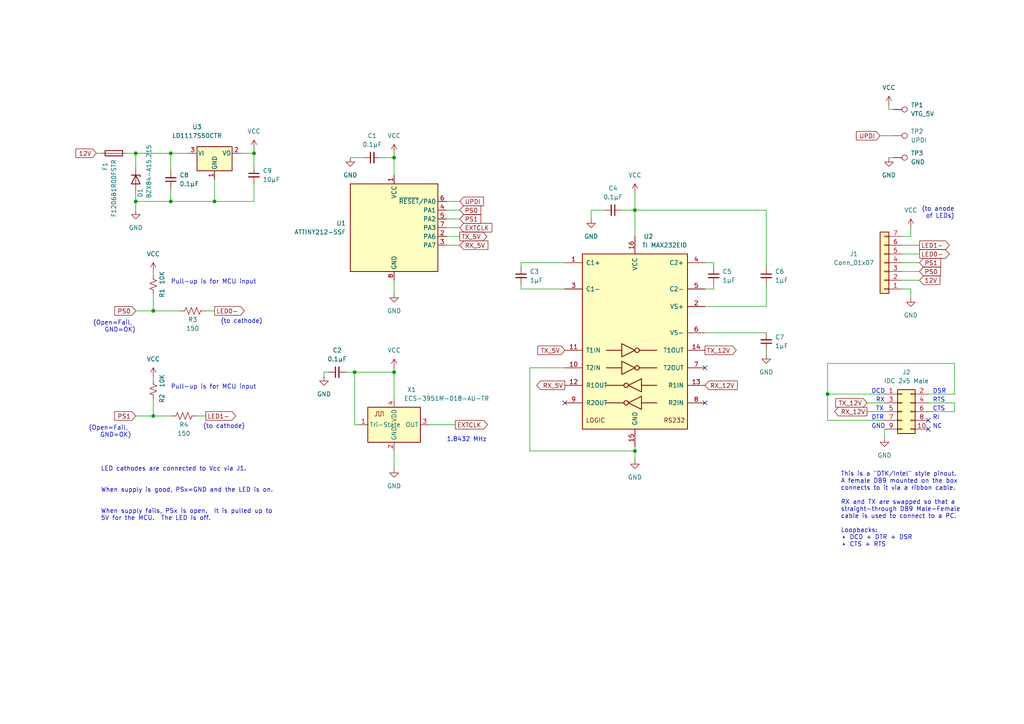
<source format=kicad_sch>
(kicad_sch (version 20211123) (generator eeschema)
  (paper "A4")
  (lib_symbols
    (symbol "Connector:TestPoint" (pin_numbers hide) (pin_names (offset 0.762) hide)
      (property "Reference" "TP" (at 0 6.858 0))
      (property "Value" "TestPoint" (at 0 5.08 0))
      (symbol "TestPoint_0_1"
        (circle (center 0 3.302) (radius 0.762))
      )
      (symbol "TestPoint_1_1"
        (pin passive line (at 0 0 90) (length 2.54) (name "1") (number "1"))
      )
    )
    (symbol "Connector_Generic:Conn_01x07" (pin_names (offset 1.016) hide)
      (property "Reference" "J" (at 0 10.16 0))
      (property "Value" "Conn_01x07" (at 0 -10.16 0))
      (symbol "Conn_01x07_1_1"
        (rectangle (start -1.27 -7.493) (end 0 -7.747) (stroke (width 0.1524)))
        (rectangle (start -1.27 -4.953) (end 0 -5.207) (stroke (width 0.1524)))
        (rectangle (start -1.27 -2.413) (end 0 -2.667) (stroke (width 0.1524)))
        (rectangle (start -1.27 0.127) (end 0 -0.127) (stroke (width 0.1524)))
        (rectangle (start -1.27 2.667) (end 0 2.413) (stroke (width 0.1524)))
        (rectangle (start -1.27 5.207) (end 0 4.953) (stroke (width 0.1524)))
        (rectangle (start -1.27 7.747) (end 0 7.493) (stroke (width 0.1524)))
        (rectangle (start -1.27 8.89) (end 1.27 -8.89) (stroke (width 0.254)) (fill (type background)))
        (pin passive line (at -5.08 7.62 0) (length 3.81) (name "Pin_1") (number "1"))
        (pin passive line (at -5.08 5.08 0) (length 3.81) (name "Pin_2") (number "2"))
        (pin passive line (at -5.08 2.54 0) (length 3.81) (name "Pin_3") (number "3"))
        (pin passive line (at -5.08 0 0) (length 3.81) (name "Pin_4") (number "4"))
        (pin passive line (at -5.08 -2.54 0) (length 3.81) (name "Pin_5") (number "5"))
        (pin passive line (at -5.08 -5.08 0) (length 3.81) (name "Pin_6") (number "6"))
        (pin passive line (at -5.08 -7.62 0) (length 3.81) (name "Pin_7") (number "7"))
      )
    )
    (symbol "Connector_Generic:Conn_02x05_Odd_Even" (pin_names (offset 1.016) hide)
      (property "Reference" "J" (at 1.27 7.62 0))
      (property "Value" "Conn_02x05_Odd_Even" (at 1.27 -7.62 0))
      (symbol "Conn_02x05_Odd_Even_1_1"
        (rectangle (start -1.27 -4.953) (end 0 -5.207) (stroke (width 0.1524)))
        (rectangle (start -1.27 -2.413) (end 0 -2.667) (stroke (width 0.1524)))
        (rectangle (start -1.27 0.127) (end 0 -0.127) (stroke (width 0.1524)))
        (rectangle (start -1.27 2.667) (end 0 2.413) (stroke (width 0.1524)))
        (rectangle (start -1.27 5.207) (end 0 4.953) (stroke (width 0.1524)))
        (rectangle (start -1.27 6.35) (end 3.81 -6.35) (stroke (width 0.254)) (fill (type background)))
        (rectangle (start 3.81 -4.953) (end 2.54 -5.207) (stroke (width 0.1524)))
        (rectangle (start 3.81 -2.413) (end 2.54 -2.667) (stroke (width 0.1524)))
        (rectangle (start 3.81 0.127) (end 2.54 -0.127) (stroke (width 0.1524)))
        (rectangle (start 3.81 2.667) (end 2.54 2.413) (stroke (width 0.1524)))
        (rectangle (start 3.81 5.207) (end 2.54 4.953) (stroke (width 0.1524)))
        (pin passive line (at -5.08 5.08 0) (length 3.81) (name "Pin_1") (number "1"))
        (pin passive line (at 7.62 -5.08 180) (length 3.81) (name "Pin_10") (number "10"))
        (pin passive line (at 7.62 5.08 180) (length 3.81) (name "Pin_2") (number "2"))
        (pin passive line (at -5.08 2.54 0) (length 3.81) (name "Pin_3") (number "3"))
        (pin passive line (at 7.62 2.54 180) (length 3.81) (name "Pin_4") (number "4"))
        (pin passive line (at -5.08 0 0) (length 3.81) (name "Pin_5") (number "5"))
        (pin passive line (at 7.62 0 180) (length 3.81) (name "Pin_6") (number "6"))
        (pin passive line (at -5.08 -2.54 0) (length 3.81) (name "Pin_7") (number "7"))
        (pin passive line (at 7.62 -2.54 180) (length 3.81) (name "Pin_8") (number "8"))
        (pin passive line (at -5.08 -5.08 0) (length 3.81) (name "Pin_9") (number "9"))
      )
    )
    (symbol "Device:C_Small" (pin_numbers hide) (pin_names (offset 0.254) hide)
      (property "Reference" "C" (at 0.254 1.778 0))
      (property "Value" "C_Small" (at 0.254 -2.032 0))
      (symbol "C_Small_0_1"
        (polyline (pts (xy -1.524 -0.508) (xy 1.524 -0.508)) (stroke (width 0.3302)))
        (polyline (pts (xy -1.524 0.508) (xy 1.524 0.508)) (stroke (width 0.3048)))
      )
      (symbol "C_Small_1_1"
        (pin passive line (at 0 2.54 270) (length 2.032) (name "~") (number "1"))
        (pin passive line (at 0 -2.54 90) (length 2.032) (name "~") (number "2"))
      )
    )
    (symbol "Device:Fuse" (pin_numbers hide) (pin_names (offset 0))
      (property "Reference" "F" (at 2.032 0 90))
      (property "Value" "Fuse" (at -1.905 0 90))
      (symbol "Fuse_0_1"
        (rectangle (start -0.762 -2.54) (end 0.762 2.54) (stroke (width 0.254)))
        (polyline (pts (xy 0 2.54) (xy 0 -2.54)))
      )
      (symbol "Fuse_1_1"
        (pin passive line (at 0 3.81 270) (length 1.27) (name "~") (number "1"))
        (pin passive line (at 0 -3.81 90) (length 1.27) (name "~") (number "2"))
      )
    )
    (symbol "Device:R_Small_US" (pin_numbers hide) (pin_names (offset 0.254) hide)
      (property "Reference" "R" (at 0.762 0.508 0))
      (property "Value" "R_Small_US" (at 0.762 -1.016 0))
      (symbol "R_Small_US_1_1"
        (polyline (pts (xy 0 0) (xy 1.016 -0.381) (xy 0 -0.762) (xy -1.016 -1.143) (xy 0 -1.524)))
        (polyline (pts (xy 0 1.524) (xy 1.016 1.143) (xy 0 0.762) (xy -1.016 0.381) (xy 0 0)))
        (pin passive line (at 0 2.54 270) (length 1.016) (name "~") (number "1"))
        (pin passive line (at 0 -2.54 90) (length 1.016) (name "~") (number "2"))
      )
    )
    (symbol "Device:R_US" (pin_numbers hide) (pin_names (offset 0))
      (property "Reference" "R" (at 2.54 0 90))
      (property "Value" "R_US" (at -2.54 0 90))
      (symbol "R_US_0_1"
        (polyline (pts (xy 0 -2.286) (xy 0 -2.54)))
        (polyline (pts (xy 0 2.286) (xy 0 2.54)))
        (polyline (pts (xy 0 -0.762) (xy 1.016 -1.143) (xy 0 -1.524) (xy -1.016 -1.905) (xy 0 -2.286)))
        (polyline (pts (xy 0 0.762) (xy 1.016 0.381) (xy 0 0) (xy -1.016 -0.381) (xy 0 -0.762)))
        (polyline (pts (xy 0 2.286) (xy 1.016 1.905) (xy 0 1.524) (xy -1.016 1.143) (xy 0 0.762)))
      )
      (symbol "R_US_1_1"
        (pin passive line (at 0 3.81 270) (length 1.27) (name "~") (number "1"))
        (pin passive line (at 0 -3.81 90) (length 1.27) (name "~") (number "2"))
      )
    )
    (symbol "Diode:BZX84Cxx" (pin_numbers hide) (pin_names hide)
      (property "Reference" "D" (at 0 3.81 0))
      (property "Value" "BZX84Cxx" (at 0 -3.81 0))
      (symbol "BZX84Cxx_0_1"
        (polyline (pts (xy 1.27 0) (xy -1.27 0)))
        (polyline (pts (xy -1.27 -1.27) (xy -1.27 1.27) (xy -0.762 1.27)) (stroke (width 0.254)))
        (polyline (pts (xy 1.27 -1.27) (xy 1.27 1.27) (xy -1.27 0) (xy 1.27 -1.27)) (stroke (width 0.254)))
      )
      (symbol "BZX84Cxx_1_1"
        (pin passive line (at 3.81 0 180) (length 2.54) (name "A") (number "1"))
        (pin no_connect line (at 1.27 0 180) (length 2.54) hide (name "NC") (number "2"))
        (pin passive line (at -3.81 0 0) (length 2.54) (name "K") (number "3"))
      )
    )
    (symbol "Interface_UART:MAX232" (pin_names (offset 1.016))
      (property "Reference" "U" (at -2.54 28.575 0))
      (property "Value" "MAX232" (at -2.54 26.67 0))
      (symbol "MAX232_0_0"
        (text "LOGIC" (at -11.43 -22.86 0) (effects (font (size 1.27 1.27))))
        (text "RS232" (at 11.43 -22.86 0) (effects (font (size 1.27 1.27))))
      )
      (symbol "MAX232_0_1"
        (rectangle (start -15.24 -25.4) (end 15.24 25.4) (stroke (width 0.254)) (fill (type background)))
        (circle (center -2.54 -17.78) (radius 0.635) (stroke (width 0.254)))
        (circle (center -2.54 -12.7) (radius 0.635) (stroke (width 0.254)))
        (polyline (pts (xy -3.81 -7.62) (xy -8.255 -7.62)) (stroke (width 0.254)))
        (polyline (pts (xy -3.81 -2.54) (xy -8.255 -2.54)) (stroke (width 0.254)))
        (polyline (pts (xy -3.175 -17.78) (xy -8.255 -17.78)) (stroke (width 0.254)))
        (polyline (pts (xy -3.175 -12.7) (xy -8.255 -12.7)) (stroke (width 0.254)))
        (polyline (pts (xy 1.27 -7.62) (xy 6.35 -7.62)) (stroke (width 0.254)))
        (polyline (pts (xy 1.27 -2.54) (xy 6.35 -2.54)) (stroke (width 0.254)))
        (polyline (pts (xy 1.905 -17.78) (xy 6.35 -17.78)) (stroke (width 0.254)))
        (polyline (pts (xy 1.905 -12.7) (xy 6.35 -12.7)) (stroke (width 0.254)))
        (polyline (pts (xy -3.81 -5.715) (xy -3.81 -9.525) (xy 0 -7.62) (xy -3.81 -5.715)) (stroke (width 0.254)))
        (polyline (pts (xy -3.81 -0.635) (xy -3.81 -4.445) (xy 0 -2.54) (xy -3.81 -0.635)) (stroke (width 0.254)))
        (polyline (pts (xy 1.905 -15.875) (xy 1.905 -19.685) (xy -1.905 -17.78) (xy 1.905 -15.875)) (stroke (width 0.254)))
        (polyline (pts (xy 1.905 -10.795) (xy 1.905 -14.605) (xy -1.905 -12.7) (xy 1.905 -10.795)) (stroke (width 0.254)))
        (circle (center 0.635 -7.62) (radius 0.635) (stroke (width 0.254)))
        (circle (center 0.635 -2.54) (radius 0.635) (stroke (width 0.254)))
      )
      (symbol "MAX232_1_1"
        (pin passive line (at -20.32 22.86 0) (length 5.08) (name "C1+") (number "1"))
        (pin input line (at -20.32 -7.62 0) (length 5.08) (name "T2IN") (number "10"))
        (pin input line (at -20.32 -2.54 0) (length 5.08) (name "T1IN") (number "11"))
        (pin output line (at -20.32 -12.7 0) (length 5.08) (name "R1OUT") (number "12"))
        (pin input line (at 20.32 -12.7 180) (length 5.08) (name "R1IN") (number "13"))
        (pin output line (at 20.32 -2.54 180) (length 5.08) (name "T1OUT") (number "14"))
        (pin power_in line (at 0 -30.48 90) (length 5.08) (name "GND") (number "15"))
        (pin power_in line (at 0 30.48 270) (length 5.08) (name "VCC") (number "16"))
        (pin power_out line (at 20.32 10.16 180) (length 5.08) (name "VS+") (number "2"))
        (pin passive line (at -20.32 15.24 0) (length 5.08) (name "C1-") (number "3"))
        (pin passive line (at 20.32 22.86 180) (length 5.08) (name "C2+") (number "4"))
        (pin passive line (at 20.32 15.24 180) (length 5.08) (name "C2-") (number "5"))
        (pin power_out line (at 20.32 2.54 180) (length 5.08) (name "VS-") (number "6"))
        (pin output line (at 20.32 -7.62 180) (length 5.08) (name "T2OUT") (number "7"))
        (pin input line (at 20.32 -17.78 180) (length 5.08) (name "R2IN") (number "8"))
        (pin output line (at -20.32 -17.78 0) (length 5.08) (name "R2OUT") (number "9"))
      )
    )
    (symbol "MCU_Microchip_ATtiny:ATtiny212-SS"
      (property "Reference" "U" (at -12.7 13.97 0))
      (property "Value" "ATtiny212-SS" (at 2.54 -13.97 0))
      (symbol "ATtiny212-SS_0_1"
        (rectangle (start -12.7 -12.7) (end 12.7 12.7) (stroke (width 0.254)) (fill (type background)))
      )
      (symbol "ATtiny212-SS_1_1"
        (pin power_in line (at 0 15.24 270) (length 2.54) (name "VCC") (number "1"))
        (pin bidirectional line (at 15.24 -2.54 180) (length 2.54) (name "PA6") (number "2"))
        (pin bidirectional line (at 15.24 -5.08 180) (length 2.54) (name "PA7") (number "3"))
        (pin bidirectional line (at 15.24 5.08 180) (length 2.54) (name "PA1") (number "4"))
        (pin bidirectional line (at 15.24 2.54 180) (length 2.54) (name "PA2") (number "5"))
        (pin bidirectional line (at 15.24 7.62 180) (length 2.54) (name "~{RESET}/PA0") (number "6"))
        (pin bidirectional line (at 15.24 0 180) (length 2.54) (name "PA3") (number "7"))
        (pin power_in line (at 0 -15.24 90) (length 2.54) (name "GND") (number "8"))
      )
    )
    (symbol "Oscillator:ASCO"
      (property "Reference" "X" (at -7.62 6.35 0))
      (property "Value" "ASCO" (at 1.27 -6.35 0))
      (symbol "ASCO_0_1"
        (rectangle (start -7.62 5.08) (end 7.62 -5.08) (stroke (width 0.254)) (fill (type background)))
        (polyline (pts (xy -5.715 2.54) (xy -5.08 2.54) (xy -5.08 3.81) (xy -4.445 3.81) (xy -4.445 2.54) (xy -3.81 2.54) (xy -3.81 3.81) (xy -3.175 3.81) (xy -3.175 2.54)))
      )
      (symbol "ASCO_1_1"
        (pin input line (at -10.16 0 0) (length 2.54) (name "Tri-State") (number "1"))
        (pin power_in line (at 0 -7.62 90) (length 2.54) (name "GND") (number "2"))
        (pin output line (at 10.16 0 180) (length 2.54) (name "OUT") (number "3"))
        (pin power_in line (at 0 7.62 270) (length 2.54) (name "VDD") (number "4"))
      )
    )
    (symbol "Regulator_Linear:LD1117S50TR_SOT223" (pin_names (offset 0.254))
      (property "Reference" "U" (at -3.81 3.175 0))
      (property "Value" "LD1117S50TR_SOT223" (at 0 3.175 0))
      (symbol "LD1117S50TR_SOT223_0_1"
        (rectangle (start -5.08 -5.08) (end 5.08 1.905) (stroke (width 0.254)) (fill (type background)))
      )
      (symbol "LD1117S50TR_SOT223_1_1"
        (pin power_in line (at 0 -7.62 90) (length 2.54) (name "GND") (number "1"))
        (pin power_out line (at 7.62 0 180) (length 2.54) (name "VO") (number "2"))
        (pin power_in line (at -7.62 0 0) (length 2.54) (name "VI") (number "3"))
      )
    )
    (symbol "power:GND" (power) (pin_names (offset 0))
      (property "Value" "GND" (at 0 -3.81 0))
      (symbol "GND_0_1"
        (polyline (pts (xy 0 0) (xy 0 -1.27) (xy 1.27 -1.27) (xy 0 -2.54) (xy -1.27 -1.27) (xy 0 -1.27)))
      )
      (symbol "GND_1_1"
        (pin power_in line (at 0 0 270) (length 0) hide (name "GND") (number "1"))
      )
    )
    (symbol "power:VCC" (power) (pin_names (offset 0))
      (property "Value" "VCC" (at 0 3.81 0))
      (symbol "VCC_0_1"
        (polyline (pts (xy -0.762 1.27) (xy 0 2.54)))
        (polyline (pts (xy 0 0) (xy 0 2.54)))
        (polyline (pts (xy 0 2.54) (xy 0.762 1.27)))
      )
      (symbol "VCC_1_1"
        (pin power_in line (at 0 0 90) (length 0) hide (name "VCC") (number "1"))
      )
    )
  )
  (junction (at 39.37 44.45))
  (junction (at 49.53 44.45))
  (junction (at 114.3 45.72))
  (junction (at 44.45 90.17))
  (junction (at 240.03 114.3))
  (junction (at 114.3 107.95))
  (junction (at 39.37 58.42))
  (junction (at 184.15 130.81))
  (junction (at 73.66 44.45))
  (junction (at 184.15 60.96))
  (junction (at 44.45 120.65))
  (junction (at 102.87 107.95))
  (junction (at 62.23 58.42))
  (junction (at 49.53 58.42))
  (no_connect (at 269.24 124.46))
  (no_connect (at 269.24 121.92))
  (no_connect (at 204.47 106.68))
  (no_connect (at 204.47 116.84))
  (no_connect (at 163.83 116.84))
  (wire (pts (xy 129.54 68.58) (xy 133.35 68.58)))
  (wire (pts (xy 256.54 124.46) (xy 256.54 127)))
  (wire (pts (xy 151.13 76.2) (xy 151.13 77.47)))
  (wire (pts (xy 44.45 115.57) (xy 44.45 120.65)))
  (wire (pts (xy 100.33 107.95) (xy 102.87 107.95)))
  (wire (pts (xy 276.86 116.84) (xy 276.86 119.38)))
  (wire (pts (xy 104.14 123.19) (xy 102.87 123.19)))
  (wire (pts (xy 256.54 114.3) (xy 240.03 114.3)))
  (wire (pts (xy 39.37 120.65) (xy 44.45 120.65)))
  (wire (pts (xy 184.15 60.96) (xy 184.15 68.58)))
  (wire (pts (xy 261.62 78.74) (xy 266.7 78.74)))
  (wire (pts (xy 49.53 58.42) (xy 62.23 58.42)))
  (wire (pts (xy 163.83 83.82) (xy 151.13 83.82)))
  (wire (pts (xy 163.83 76.2) (xy 151.13 76.2)))
  (wire (pts (xy 49.53 44.45) (xy 49.53 49.53)))
  (wire (pts (xy 101.6 45.72) (xy 105.41 45.72)))
  (wire (pts (xy 36.83 44.45) (xy 39.37 44.45)))
  (wire (pts (xy 255.27 39.37) (xy 259.08 39.37)))
  (wire (pts (xy 124.46 123.19) (xy 132.08 123.19)))
  (wire (pts (xy 222.25 60.96) (xy 222.25 77.47)))
  (wire (pts (xy 129.54 60.96) (xy 133.35 60.96)))
  (wire (pts (xy 261.62 81.28) (xy 266.7 81.28)))
  (wire (pts (xy 114.3 106.68) (xy 114.3 107.95)))
  (wire (pts (xy 27.94 44.45) (xy 29.21 44.45)))
  (wire (pts (xy 39.37 44.45) (xy 49.53 44.45)))
  (wire (pts (xy 110.49 45.72) (xy 114.3 45.72)))
  (wire (pts (xy 153.67 106.68) (xy 153.67 130.81)))
  (wire (pts (xy 251.46 119.38) (xy 256.54 119.38)))
  (wire (pts (xy 240.03 105.41) (xy 240.03 114.3)))
  (wire (pts (xy 44.45 85.09) (xy 44.45 90.17)))
  (wire (pts (xy 171.45 60.96) (xy 171.45 63.5)))
  (wire (pts (xy 39.37 58.42) (xy 39.37 60.96)))
  (wire (pts (xy 269.24 116.84) (xy 276.86 116.84)))
  (wire (pts (xy 129.54 71.12) (xy 133.35 71.12)))
  (wire (pts (xy 73.66 43.18) (xy 73.66 44.45)))
  (wire (pts (xy 129.54 66.04) (xy 133.35 66.04)))
  (wire (pts (xy 207.01 82.55) (xy 207.01 83.82)))
  (wire (pts (xy 49.53 44.45) (xy 54.61 44.45)))
  (wire (pts (xy 261.62 73.66) (xy 266.7 73.66)))
  (wire (pts (xy 207.01 83.82) (xy 204.47 83.82)))
  (wire (pts (xy 184.15 129.54) (xy 184.15 130.81)))
  (wire (pts (xy 44.45 120.65) (xy 49.53 120.65)))
  (wire (pts (xy 129.54 58.42) (xy 133.35 58.42)))
  (wire (pts (xy 222.25 88.9) (xy 222.25 82.55)))
  (wire (pts (xy 180.34 60.96) (xy 184.15 60.96)))
  (wire (pts (xy 153.67 130.81) (xy 184.15 130.81)))
  (wire (pts (xy 264.16 83.82) (xy 264.16 86.36)))
  (wire (pts (xy 276.86 105.41) (xy 240.03 105.41)))
  (wire (pts (xy 62.23 58.42) (xy 62.23 52.07)))
  (wire (pts (xy 261.62 76.2) (xy 266.7 76.2)))
  (wire (pts (xy 39.37 55.88) (xy 39.37 58.42)))
  (wire (pts (xy 102.87 107.95) (xy 102.87 123.19)))
  (wire (pts (xy 93.98 107.95) (xy 95.25 107.95)))
  (wire (pts (xy 207.01 76.2) (xy 204.47 76.2)))
  (wire (pts (xy 222.25 101.6) (xy 222.25 102.87)))
  (wire (pts (xy 59.69 90.17) (xy 62.23 90.17)))
  (wire (pts (xy 264.16 68.58) (xy 264.16 66.04)))
  (wire (pts (xy 257.81 31.75) (xy 259.08 31.75)))
  (wire (pts (xy 151.13 83.82) (xy 151.13 82.55)))
  (wire (pts (xy 251.46 116.84) (xy 256.54 116.84)))
  (wire (pts (xy 184.15 55.88) (xy 184.15 60.96)))
  (wire (pts (xy 204.47 96.52) (xy 222.25 96.52)))
  (wire (pts (xy 57.15 120.65) (xy 59.69 120.65)))
  (wire (pts (xy 102.87 107.95) (xy 114.3 107.95)))
  (wire (pts (xy 129.54 63.5) (xy 133.35 63.5)))
  (wire (pts (xy 269.24 119.38) (xy 276.86 119.38)))
  (wire (pts (xy 276.86 114.3) (xy 276.86 105.41)))
  (wire (pts (xy 261.62 71.12) (xy 266.7 71.12)))
  (wire (pts (xy 269.24 114.3) (xy 276.86 114.3)))
  (wire (pts (xy 44.45 78.74) (xy 44.45 80.01)))
  (wire (pts (xy 39.37 90.17) (xy 44.45 90.17)))
  (wire (pts (xy 261.62 83.82) (xy 264.16 83.82)))
  (wire (pts (xy 171.45 60.96) (xy 175.26 60.96)))
  (wire (pts (xy 69.85 44.45) (xy 73.66 44.45)))
  (wire (pts (xy 204.47 88.9) (xy 222.25 88.9)))
  (wire (pts (xy 44.45 90.17) (xy 52.07 90.17)))
  (wire (pts (xy 261.62 68.58) (xy 264.16 68.58)))
  (wire (pts (xy 39.37 44.45) (xy 39.37 48.26)))
  (wire (pts (xy 44.45 109.22) (xy 44.45 110.49)))
  (wire (pts (xy 184.15 60.96) (xy 222.25 60.96)))
  (wire (pts (xy 49.53 54.61) (xy 49.53 58.42)))
  (wire (pts (xy 114.3 81.28) (xy 114.3 85.09)))
  (wire (pts (xy 207.01 77.47) (xy 207.01 76.2)))
  (wire (pts (xy 184.15 130.81) (xy 184.15 133.35)))
  (wire (pts (xy 114.3 44.45) (xy 114.3 45.72)))
  (wire (pts (xy 240.03 114.3) (xy 240.03 121.92)))
  (wire (pts (xy 163.83 106.68) (xy 153.67 106.68)))
  (wire (pts (xy 114.3 45.72) (xy 114.3 50.8)))
  (wire (pts (xy 240.03 121.92) (xy 256.54 121.92)))
  (wire (pts (xy 73.66 58.42) (xy 62.23 58.42)))
  (wire (pts (xy 93.98 107.95) (xy 93.98 109.22)))
  (wire (pts (xy 73.66 44.45) (xy 73.66 48.26)))
  (wire (pts (xy 114.3 107.95) (xy 114.3 115.57)))
  (wire (pts (xy 114.3 130.81) (xy 114.3 135.89)))
  (wire (pts (xy 39.37 58.42) (xy 49.53 58.42)))
  (wire (pts (xy 257.81 30.48) (xy 257.81 31.75)))
  (wire (pts (xy 73.66 53.34) (xy 73.66 58.42)))
  (wire (pts (xy 257.81 45.72) (xy 259.08 45.72)))
  (text "RTS" (at 270.51 116.84 0) (effects (font (size 1.27 1.27)) (justify left bottom)))
  (text "1.8432 MHz" (at 129.54 128.27 0) (effects (font (size 1.27 1.27)) (justify left bottom)))
  (text "DTR" (at 252.73 121.92 0) (effects (font (size 1.27 1.27)) (justify left bottom)))
  (text "(to anode\n  of LEDs)" (at 276.86 63.5 180) (effects (font (size 1.27 1.27)) (justify right bottom)))
  (text "DCD" (at 252.73 114.3 0) (effects (font (size 1.27 1.27)) (justify left bottom)))
  (text "(to cathode)" (at 76.2 93.98 180) (effects (font (size 1.27 1.27)) (justify right bottom)))
  (text "TX" (at 254 119.38 0) (effects (font (size 1.27 1.27)) (justify left bottom)))
  (text "(Open=Fail, \n GND=OK)" (at 38.1 127 180) (effects (font (size 1.27 1.27)) (justify right bottom)))
  (text "LED cathodes are connected to Vcc via J1.\n\n\nWhen supply is good, PSx=GND and the LED is on.\n\n\nWhen supply fails, PSx is open.  It is pulled up to \n5V for the MCU.  The LED is off." (at 29.21 151.13 0) (effects (font (size 1.27 1.27)) (justify left bottom)))
  (text "RI" (at 270.51 121.92 0) (effects (font (size 1.27 1.27)) (justify left bottom)))
  (text "(Open=Fail, \n GND=OK)" (at 39.37 96.52 180) (effects (font (size 1.27 1.27)) (justify right bottom)))
  (text "This is a \"DTK/Intel\" style pinout.\nA female DB9 mounted on the box\nconnects to it via a ribbon cable.\n\nRX and TX are swapped so that a \nstraight-through DB9 Male-Female\ncable is used to connect to a PC.\n\nLoopbacks:\n• DCD + DTR + DSR\n• CTS + RTS" (at 243.84 158.75 0) (effects (font (size 1.27 1.27)) (justify left bottom)))
  (text "DSR" (at 270.51 114.3 0) (effects (font (size 1.27 1.27)) (justify left bottom)))
  (text "CTS" (at 270.51 119.38 0) (effects (font (size 1.27 1.27)) (justify left bottom)))
  (text "Pull-up is for MCU input" (at 49.53 113.03 0) (effects (font (size 1.27 1.27)) (justify left bottom)))
  (text "(to cathode)" (at 71.12 124.46 180) (effects (font (size 1.27 1.27)) (justify right bottom)))
  (text "NC" (at 270.51 124.46 0) (effects (font (size 1.27 1.27)) (justify left bottom)))
  (text "Pull-up is for MCU input" (at 49.53 82.55 0) (effects (font (size 1.27 1.27)) (justify left bottom)))
  (text "RX" (at 254 116.84 0) (effects (font (size 1.27 1.27)) (justify left bottom)))
  (text "GND" (at 252.73 124.46 0) (effects (font (size 1.27 1.27)) (justify left bottom)))
  (global_label "TX_12V" (shape input) (at 251.46 116.84 180) (property "Referenzen zwischen Schaltplänen" "${INTERSHEET_REFS}" (effects hide)))
  (global_label "12V" (shape input) (at 266.7 81.28 0) (property "Referenzen zwischen Schaltplänen" "${INTERSHEET_REFS}" (effects hide)))
  (global_label "RX_5V" (shape output) (at 163.83 111.76 180) (property "Referenzen zwischen Schaltplänen" "${INTERSHEET_REFS}" (effects hide)))
  (global_label "TX_12V" (shape output) (at 204.47 101.6 0) (property "Referenzen zwischen Schaltplänen" "${INTERSHEET_REFS}" (effects hide)))
  (global_label "RX_12V" (shape output) (at 251.46 119.38 180) (property "Referenzen zwischen Schaltplänen" "${INTERSHEET_REFS}" (effects hide)))
  (global_label "PS1" (shape input) (at 133.35 63.5 0) (property "Referenzen zwischen Schaltplänen" "${INTERSHEET_REFS}" (effects hide)))
  (global_label "EXTCLK" (shape output) (at 132.08 123.19 0) (property "Referenzen zwischen Schaltplänen" "${INTERSHEET_REFS}" (effects hide)))
  (global_label "LED1-" (shape output) (at 266.7 71.12 0) (property "Referenzen zwischen Schaltplänen" "${INTERSHEET_REFS}" (effects hide)))
  (global_label "UPDI" (shape input) (at 255.27 39.37 180) (property "Referenzen zwischen Schaltplänen" "${INTERSHEET_REFS}" (effects hide)))
  (global_label "RX_5V" (shape input) (at 133.35 71.12 0) (property "Referenzen zwischen Schaltplänen" "${INTERSHEET_REFS}" (effects hide)))
  (global_label "PS0" (shape input) (at 266.7 78.74 0) (property "Referenzen zwischen Schaltplänen" "${INTERSHEET_REFS}" (effects hide)))
  (global_label "12V" (shape input) (at 27.94 44.45 180) (property "Referenzen zwischen Schaltplänen" "${INTERSHEET_REFS}" (effects hide)))
  (global_label "TX_5V" (shape input) (at 163.83 101.6 180) (property "Referenzen zwischen Schaltplänen" "${INTERSHEET_REFS}" (effects hide)))
  (global_label "LED0-" (shape output) (at 266.7 73.66 0) (property "Referenzen zwischen Schaltplänen" "${INTERSHEET_REFS}" (effects hide)))
  (global_label "PS1" (shape input) (at 39.37 120.65 180) (property "Referenzen zwischen Schaltplänen" "${INTERSHEET_REFS}" (effects hide)))
  (global_label "EXTCLK" (shape input) (at 133.35 66.04 0) (property "Referenzen zwischen Schaltplänen" "${INTERSHEET_REFS}" (effects hide)))
  (global_label "PS0" (shape input) (at 133.35 60.96 0) (property "Referenzen zwischen Schaltplänen" "${INTERSHEET_REFS}" (effects hide)))
  (global_label "RX_12V" (shape input) (at 204.47 111.76 0) (property "Referenzen zwischen Schaltplänen" "${INTERSHEET_REFS}" (effects hide)))
  (global_label "LED1-" (shape output) (at 59.69 120.65 0) (property "Referenzen zwischen Schaltplänen" "${INTERSHEET_REFS}" (effects hide)))
  (global_label "PS0" (shape input) (at 39.37 90.17 180) (property "Referenzen zwischen Schaltplänen" "${INTERSHEET_REFS}" (effects hide)))
  (global_label "UPDI" (shape input) (at 133.35 58.42 0) (property "Referenzen zwischen Schaltplänen" "${INTERSHEET_REFS}" (effects hide)))
  (global_label "LED0-" (shape output) (at 62.23 90.17 0) (property "Referenzen zwischen Schaltplänen" "${INTERSHEET_REFS}" (effects hide)))
  (global_label "PS1" (shape input) (at 266.7 76.2 0) (property "Referenzen zwischen Schaltplänen" "${INTERSHEET_REFS}" (effects hide)))
  (global_label "TX_5V" (shape output) (at 133.35 68.58 0) (property "Referenzen zwischen Schaltplänen" "${INTERSHEET_REFS}" (effects hide)))
  (symbol (lib_id "Device:C_Small") (at 151.13 80.01 0) (unit 1)
    (property "Reference" "C3" (at 153.67 78.7462 0) (effects (justify left)))
    (property "Value" "1μF" (at 153.67 81.2862 0) (effects (justify left)))
    (property "Footprint" "Capacitor_SMD:C_0805_2012Metric_Pad1.18x1.45mm_HandSolder" (effects hide))
  )
  (symbol (lib_id "Interface_UART:MAX232") (at 184.15 99.06 0) (unit 1)
    (property "Reference" "U2" (at 186.69 68.58 0) (effects (justify left)))
    (property "Value" "TI MAX232EID" (at 186.1694 71.12 0) (effects (justify left)))
    (property "Footprint" "Package_SO:SOIC-16_3.9x9.9mm_P1.27mm" (effects hide))
    (property "Datasheet" "http://www.ti.com/lit/ds/symlink/max232.pdf" (effects hide))
  )
  (symbol (lib_id "power:GND") (at 114.3 135.89 0) (unit 1)
    (property "Reference" "#PWR0108" (effects hide))
    (property "Value" "GND" (at 114.3 140.97 0))
  )
  (symbol (lib_id "power:GND") (at 114.3 85.09 0) (unit 1)
    (property "Reference" "#PWR0106" (effects hide))
    (property "Value" "GND" (at 114.3 90.17 0))
  )
  (symbol (lib_id "MCU_Microchip_ATtiny:ATtiny212-SS") (at 114.3 66.04 0) (unit 1)
    (property "Reference" "U1" (at 100.33 64.7699 0) (effects (justify right)))
    (property "Value" "ATTINY212-SSF" (at 100.33 67.3099 0) (effects (justify right)))
    (property "Footprint" "Package_SO:SOIC-8_3.9x4.9mm_P1.27mm" (effects hide))
    (property "Datasheet" "http://ww1.microchip.com/downloads/en/DeviceDoc/40001911A.pdf" (effects hide))
  )
  (symbol (lib_id "power:VCC") (at 264.16 66.04 0) (unit 1)
    (property "Reference" "#PWR0119" (effects hide))
    (property "Value" "VCC" (at 264.16 60.96 0))
  )
  (symbol (lib_id "power:VCC") (at 114.3 106.68 0) (unit 1)
    (property "Reference" "#PWR0105" (effects hide))
    (property "Value" "VCC" (at 114.3 101.6 0))
  )
  (symbol (lib_id "Device:C_Small") (at 222.25 80.01 0) (unit 1)
    (property "Reference" "C6" (at 224.79 78.7462 0) (effects (justify left)))
    (property "Value" "1μF" (at 224.79 81.2862 0) (effects (justify left)))
    (property "Footprint" "Capacitor_SMD:C_0805_2012Metric_Pad1.18x1.45mm_HandSolder" (effects hide))
  )
  (symbol (lib_id "power:GND") (at 184.15 133.35 0) (unit 1)
    (property "Reference" "#PWR0101" (effects hide))
    (property "Value" "GND" (at 184.15 138.43 0))
  )
  (symbol (lib_id "Connector:TestPoint") (at 259.08 31.75 270) (unit 1)
    (property "Reference" "TP1" (at 264.16 30.4799 90) (effects (justify left)))
    (property "Value" "VTG_5V" (at 264.16 33.0199 90) (effects (justify left)))
    (property "Footprint" "TestPoint:TestPoint_Pad_D2.5mm" (effects hide))
  )
  (symbol (lib_id "Device:C_Small") (at 177.8 60.96 270) (unit 1)
    (property "Reference" "C4" (at 177.7936 54.61 90))
    (property "Value" "0.1μF" (at 177.7936 57.15 90))
    (property "Footprint" "Capacitor_SMD:C_0805_2012Metric_Pad1.18x1.45mm_HandSolder" (effects hide))
  )
  (symbol (lib_id "Oscillator:ASCO") (at 114.3 123.19 0) (unit 1)
    (property "Reference" "X1" (at 119.38 113.03 0))
    (property "Value" "ECS-3951M-018-AU-TR" (at 129.54 115.57 0))
    (property "Footprint" "Oscillator:Oscillator_SMD_Abracon_ASV-4Pin_7.0x5.1mm_HandSoldering" (effects hide))
    (property "Datasheet" "https://abracon.com/Oscillators/ASCO.pdf" (effects hide))
  )
  (symbol (lib_id "Connector_Generic:Conn_01x07") (at 256.54 76.2 180) (unit 1)
    (property "Reference" "J1" (at 247.65 73.66 0))
    (property "Value" "Conn_01x07" (at 247.65 76.2 0))
    (property "Footprint" "Connector_Molex:Molex_KK-254_AE-6410-07A_1x07_P2.54mm_Vertical" (effects hide))
  )
  (symbol (lib_id "Device:C_Small") (at 207.01 80.01 0) (unit 1)
    (property "Reference" "C5" (at 209.55 78.7462 0) (effects (justify left)))
    (property "Value" "1μF" (at 209.55 81.2862 0) (effects (justify left)))
    (property "Footprint" "Capacitor_SMD:C_0805_2012Metric_Pad1.18x1.45mm_HandSolder" (effects hide))
  )
  (symbol (lib_id "Connector:TestPoint") (at 259.08 39.37 270) (unit 1)
    (property "Reference" "TP2" (at 264.16 38.0999 90) (effects (justify left)))
    (property "Value" "UPDI" (at 264.16 40.6399 90) (effects (justify left)))
    (property "Footprint" "TestPoint:TestPoint_Pad_D2.5mm" (effects hide))
  )
  (symbol (lib_id "power:GND") (at 101.6 45.72 0) (unit 1)
    (property "Reference" "#PWR0109" (effects hide))
    (property "Value" "GND" (at 101.6 50.8 0))
  )
  (symbol (lib_id "Device:R_US") (at 53.34 120.65 90) (unit 1)
    (property "Reference" "R4" (at 53.34 123.19 90))
    (property "Value" "150" (at 53.34 125.73 90))
    (property "Footprint" "Resistor_SMD:R_0805_2012Metric_Pad1.20x1.40mm_HandSolder" (effects hide))
  )
  (symbol (lib_id "Connector_Generic:Conn_02x05_Odd_Even") (at 261.62 119.38 0) (unit 1)
    (property "Reference" "J2" (at 262.89 107.95 0))
    (property "Value" "IDC 2x5 Male" (at 262.89 110.49 0))
    (property "Footprint" "Connector_IDC:IDC-Header_2x05_P2.54mm_Vertical" (effects hide))
  )
  (symbol (lib_id "Device:C_Small") (at 107.95 45.72 90) (unit 1)
    (property "Reference" "C1" (at 107.9563 39.37 90))
    (property "Value" "0.1μF" (at 107.9563 41.91 90))
    (property "Footprint" "Capacitor_SMD:C_0805_2012Metric_Pad1.18x1.45mm_HandSolder" (effects hide))
  )
  (symbol (lib_id "Device:Fuse") (at 33.02 44.45 270) (unit 1)
    (property "Reference" "F1" (at 30.48 48.26 0))
    (property "Value" "F1206B1R00FSTR" (at 33.02 54.61 0))
    (property "Footprint" "Fuse:Fuse_1206_3216Metric_Pad1.42x1.75mm_HandSolder" (effects hide))
  )
  (symbol (lib_id "power:VCC") (at 184.15 55.88 0) (unit 1)
    (property "Reference" "#PWR0103" (effects hide))
    (property "Value" "VCC" (at 184.15 50.8 0))
  )
  (symbol (lib_id "Device:C_Small") (at 222.25 99.06 180) (unit 1)
    (property "Reference" "C7" (at 224.79 97.7835 0) (effects (justify right)))
    (property "Value" "1μF" (at 224.79 100.3235 0) (effects (justify right)))
    (property "Footprint" "Capacitor_SMD:C_0805_2012Metric_Pad1.18x1.45mm_HandSolder" (effects hide))
  )
  (symbol (lib_id "Device:C_Small") (at 49.53 52.07 180) (unit 1)
    (property "Reference" "C8" (at 52.07 50.7935 0) (effects (justify right)))
    (property "Value" "0.1μF" (at 52.07 53.3335 0) (effects (justify right)))
    (property "Footprint" "Capacitor_SMD:C_0805_2012Metric_Pad1.18x1.45mm_HandSolder" (effects hide))
  )
  (symbol (lib_id "Regulator_Linear:LD1117S50TR_SOT223") (at 62.23 44.45 0) (unit 1)
    (property "Reference" "U3" (at 57.15 36.83 0))
    (property "Value" "LD1117S50CTR" (at 57.15 39.37 0))
    (property "Footprint" "Package_TO_SOT_SMD:SOT-223-3_TabPin2" (effects hide))
    (property "Datasheet" "http://www.st.com/st-web-ui/static/active/en/resource/technical/document/datasheet/CD00000544.pdf" (effects hide))
  )
  (symbol (lib_id "power:GND") (at 257.81 45.72 0) (unit 1)
    (property "Reference" "#PWR0114" (effects hide))
    (property "Value" "GND" (at 257.81 50.8 0))
  )
  (symbol (lib_id "power:GND") (at 171.45 63.5 0) (unit 1)
    (property "Reference" "#PWR0104" (effects hide))
    (property "Value" "GND" (at 171.45 68.58 0))
  )
  (symbol (lib_id "Device:C_Small") (at 73.66 50.8 0) (unit 1)
    (property "Reference" "C9" (at 76.2 49.5362 0) (effects (justify left)))
    (property "Value" "10μF" (at 76.2 52.0762 0) (effects (justify left)))
    (property "Footprint" "Capacitor_SMD:C_0805_2012Metric_Pad1.18x1.45mm_HandSolder" (effects hide))
  )
  (symbol (lib_id "power:VCC") (at 44.45 78.74 0) (unit 1)
    (property "Reference" "#PWR0111" (effects hide))
    (property "Value" "VCC" (at 44.45 73.66 0))
  )
  (symbol (lib_id "power:GND") (at 264.16 86.36 0) (unit 1)
    (property "Reference" "#PWR0113" (effects hide))
    (property "Value" "GND" (at 264.16 91.44 0))
  )
  (symbol (lib_id "power:GND") (at 93.98 109.22 0) (unit 1)
    (property "Reference" "#PWR0110" (effects hide))
    (property "Value" "GND" (at 93.98 114.3 0))
  )
  (symbol (lib_id "power:GND") (at 222.25 102.87 0) (unit 1)
    (property "Reference" "#PWR0102" (effects hide))
    (property "Value" "GND" (at 222.25 107.95 0))
  )
  (symbol (lib_id "power:GND") (at 256.54 127 0) (unit 1)
    (property "Reference" "#PWR0117" (effects hide))
    (property "Value" "GND" (at 256.54 132.08 0))
  )
  (symbol (lib_id "power:VCC") (at 257.81 30.48 0) (unit 1)
    (property "Reference" "#PWR0116" (effects hide))
    (property "Value" "VCC" (at 257.81 25.4 0))
  )
  (symbol (lib_id "Device:C_Small") (at 97.79 107.95 90) (unit 1)
    (property "Reference" "C2" (at 97.7963 101.6 90))
    (property "Value" "0.1μF" (at 97.7963 104.14 90))
    (property "Footprint" "Capacitor_SMD:C_0805_2012Metric_Pad1.18x1.45mm_HandSolder" (effects hide))
  )
  (symbol (lib_id "power:VCC") (at 73.66 43.18 0) (unit 1)
    (property "Reference" "#PWR0115" (effects hide))
    (property "Value" "VCC" (at 73.66 38.1 0))
  )
  (symbol (lib_id "Device:R_Small_US") (at 44.45 113.03 0) (unit 1)
    (property "Reference" "R2" (at 46.99 115.57 90))
    (property "Value" "10K" (at 46.99 110.49 90))
    (property "Footprint" "Resistor_SMD:R_0805_2012Metric_Pad1.20x1.40mm_HandSolder" (effects hide))
  )
  (symbol (lib_id "power:GND") (at 39.37 60.96 0) (unit 1)
    (property "Reference" "#PWR0112" (effects hide))
    (property "Value" "GND" (at 39.37 66.04 0))
  )
  (symbol (lib_id "power:VCC") (at 114.3 44.45 0) (unit 1)
    (property "Reference" "#PWR0107" (effects hide))
    (property "Value" "VCC" (at 114.3 39.37 0))
  )
  (symbol (lib_id "Device:R_Small_US") (at 44.45 82.55 0) (unit 1)
    (property "Reference" "R1" (at 46.99 86.36 90) (effects (justify left)))
    (property "Value" "10K" (at 46.99 82.55 90) (effects (justify left)))
    (property "Footprint" "Resistor_SMD:R_0805_2012Metric_Pad1.20x1.40mm_HandSolder" (effects hide))
  )
  (symbol (lib_id "Device:R_US") (at 55.88 90.17 90) (unit 1)
    (property "Reference" "R3" (at 55.88 92.71 90))
    (property "Value" "150" (at 55.88 95.25 90))
    (property "Footprint" "Resistor_SMD:R_0805_2012Metric_Pad1.20x1.40mm_HandSolder" (effects hide))
  )
  (symbol (lib_id "power:VCC") (at 44.45 109.22 0) (unit 1)
    (property "Reference" "#PWR0118" (effects hide))
    (property "Value" "VCC" (at 44.45 104.14 0))
  )
  (symbol (lib_id "Diode:BZX84Cxx") (at 39.37 52.07 270) (unit 1)
    (property "Reference" "D1" (at 40.64 54.61 0) (effects (justify left)))
    (property "Value" "BZX84-A15,215" (at 43.18 41.91 0) (effects (justify left)))
    (property "Footprint" "Package_TO_SOT_SMD:SOT-23" (effects hide))
    (property "Datasheet" "https://diotec.com/tl_files/diotec/files/pdf/datasheets/bzx84c2v4.pdf" (effects hide))
  )
  (symbol (lib_id "Connector:TestPoint") (at 259.08 45.72 270) (unit 1)
    (property "Reference" "TP3" (at 264.16 44.4499 90) (effects (justify left)))
    (property "Value" "GND" (at 264.16 46.9899 90) (effects (justify left)))
    (property "Footprint" "TestPoint:TestPoint_Pad_D2.5mm" (effects hide))
  )
)
</source>
